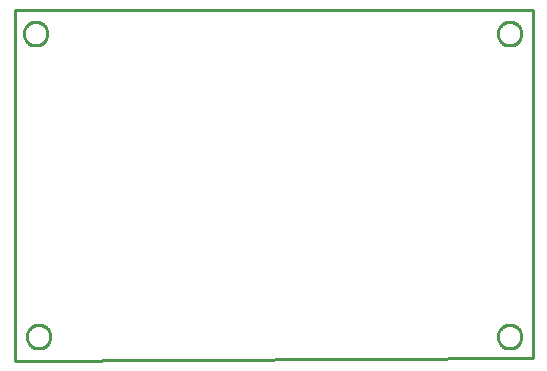
<source format=gbr>
G04 EAGLE Gerber RS-274X export*
G75*
%MOMM*%
%FSLAX34Y34*%
%LPD*%
%IN*%
%IPPOS*%
%AMOC8*
5,1,8,0,0,1.08239X$1,22.5*%
G01*
%ADD10C,0.254000*%


D10*
X0Y0D02*
X438660Y2540D01*
X438660Y297080D01*
X0Y297080D01*
X0Y0D01*
X27780Y276423D02*
X27704Y275554D01*
X27552Y274694D01*
X27326Y273850D01*
X27028Y273030D01*
X26659Y272238D01*
X26222Y271482D01*
X25721Y270767D01*
X25160Y270098D01*
X24542Y269480D01*
X23873Y268919D01*
X23158Y268418D01*
X22402Y267981D01*
X21610Y267612D01*
X20790Y267314D01*
X19946Y267088D01*
X19087Y266936D01*
X18217Y266860D01*
X17343Y266860D01*
X16474Y266936D01*
X15614Y267088D01*
X14770Y267314D01*
X13950Y267612D01*
X13158Y267981D01*
X12402Y268418D01*
X11687Y268919D01*
X11018Y269480D01*
X10400Y270098D01*
X9839Y270767D01*
X9338Y271482D01*
X8901Y272238D01*
X8532Y273030D01*
X8234Y273850D01*
X8008Y274694D01*
X7856Y275554D01*
X7780Y276423D01*
X7780Y277297D01*
X7856Y278167D01*
X8008Y279026D01*
X8234Y279870D01*
X8532Y280690D01*
X8901Y281482D01*
X9338Y282238D01*
X9839Y282953D01*
X10400Y283622D01*
X11018Y284240D01*
X11687Y284801D01*
X12402Y285302D01*
X13158Y285739D01*
X13950Y286108D01*
X14770Y286406D01*
X15614Y286632D01*
X16474Y286784D01*
X17343Y286860D01*
X18217Y286860D01*
X19087Y286784D01*
X19946Y286632D01*
X20790Y286406D01*
X21610Y286108D01*
X22402Y285739D01*
X23158Y285302D01*
X23873Y284801D01*
X24542Y284240D01*
X25160Y283622D01*
X25721Y282953D01*
X26222Y282238D01*
X26659Y281482D01*
X27028Y280690D01*
X27326Y279870D01*
X27552Y279026D01*
X27704Y278167D01*
X27780Y277297D01*
X27780Y276423D01*
X429100Y276423D02*
X429024Y275554D01*
X428872Y274694D01*
X428646Y273850D01*
X428348Y273030D01*
X427979Y272238D01*
X427542Y271482D01*
X427041Y270767D01*
X426480Y270098D01*
X425862Y269480D01*
X425193Y268919D01*
X424478Y268418D01*
X423722Y267981D01*
X422930Y267612D01*
X422110Y267314D01*
X421266Y267088D01*
X420407Y266936D01*
X419537Y266860D01*
X418663Y266860D01*
X417794Y266936D01*
X416934Y267088D01*
X416090Y267314D01*
X415270Y267612D01*
X414478Y267981D01*
X413722Y268418D01*
X413007Y268919D01*
X412338Y269480D01*
X411720Y270098D01*
X411159Y270767D01*
X410658Y271482D01*
X410221Y272238D01*
X409852Y273030D01*
X409554Y273850D01*
X409328Y274694D01*
X409176Y275554D01*
X409100Y276423D01*
X409100Y277297D01*
X409176Y278167D01*
X409328Y279026D01*
X409554Y279870D01*
X409852Y280690D01*
X410221Y281482D01*
X410658Y282238D01*
X411159Y282953D01*
X411720Y283622D01*
X412338Y284240D01*
X413007Y284801D01*
X413722Y285302D01*
X414478Y285739D01*
X415270Y286108D01*
X416090Y286406D01*
X416934Y286632D01*
X417794Y286784D01*
X418663Y286860D01*
X419537Y286860D01*
X420407Y286784D01*
X421266Y286632D01*
X422110Y286406D01*
X422930Y286108D01*
X423722Y285739D01*
X424478Y285302D01*
X425193Y284801D01*
X425862Y284240D01*
X426480Y283622D01*
X427041Y282953D01*
X427542Y282238D01*
X427979Y281482D01*
X428348Y280690D01*
X428646Y279870D01*
X428872Y279026D01*
X429024Y278167D01*
X429100Y277297D01*
X429100Y276423D01*
X30320Y19883D02*
X30244Y19014D01*
X30092Y18154D01*
X29866Y17310D01*
X29568Y16490D01*
X29199Y15698D01*
X28762Y14942D01*
X28261Y14227D01*
X27700Y13558D01*
X27082Y12940D01*
X26413Y12379D01*
X25698Y11878D01*
X24942Y11441D01*
X24150Y11072D01*
X23330Y10774D01*
X22486Y10548D01*
X21627Y10396D01*
X20757Y10320D01*
X19883Y10320D01*
X19014Y10396D01*
X18154Y10548D01*
X17310Y10774D01*
X16490Y11072D01*
X15698Y11441D01*
X14942Y11878D01*
X14227Y12379D01*
X13558Y12940D01*
X12940Y13558D01*
X12379Y14227D01*
X11878Y14942D01*
X11441Y15698D01*
X11072Y16490D01*
X10774Y17310D01*
X10548Y18154D01*
X10396Y19014D01*
X10320Y19883D01*
X10320Y20757D01*
X10396Y21627D01*
X10548Y22486D01*
X10774Y23330D01*
X11072Y24150D01*
X11441Y24942D01*
X11878Y25698D01*
X12379Y26413D01*
X12940Y27082D01*
X13558Y27700D01*
X14227Y28261D01*
X14942Y28762D01*
X15698Y29199D01*
X16490Y29568D01*
X17310Y29866D01*
X18154Y30092D01*
X19014Y30244D01*
X19883Y30320D01*
X20757Y30320D01*
X21627Y30244D01*
X22486Y30092D01*
X23330Y29866D01*
X24150Y29568D01*
X24942Y29199D01*
X25698Y28762D01*
X26413Y28261D01*
X27082Y27700D01*
X27700Y27082D01*
X28261Y26413D01*
X28762Y25698D01*
X29199Y24942D01*
X29568Y24150D01*
X29866Y23330D01*
X30092Y22486D01*
X30244Y21627D01*
X30320Y20757D01*
X30320Y19883D01*
X429100Y19883D02*
X429024Y19014D01*
X428872Y18154D01*
X428646Y17310D01*
X428348Y16490D01*
X427979Y15698D01*
X427542Y14942D01*
X427041Y14227D01*
X426480Y13558D01*
X425862Y12940D01*
X425193Y12379D01*
X424478Y11878D01*
X423722Y11441D01*
X422930Y11072D01*
X422110Y10774D01*
X421266Y10548D01*
X420407Y10396D01*
X419537Y10320D01*
X418663Y10320D01*
X417794Y10396D01*
X416934Y10548D01*
X416090Y10774D01*
X415270Y11072D01*
X414478Y11441D01*
X413722Y11878D01*
X413007Y12379D01*
X412338Y12940D01*
X411720Y13558D01*
X411159Y14227D01*
X410658Y14942D01*
X410221Y15698D01*
X409852Y16490D01*
X409554Y17310D01*
X409328Y18154D01*
X409176Y19014D01*
X409100Y19883D01*
X409100Y20757D01*
X409176Y21627D01*
X409328Y22486D01*
X409554Y23330D01*
X409852Y24150D01*
X410221Y24942D01*
X410658Y25698D01*
X411159Y26413D01*
X411720Y27082D01*
X412338Y27700D01*
X413007Y28261D01*
X413722Y28762D01*
X414478Y29199D01*
X415270Y29568D01*
X416090Y29866D01*
X416934Y30092D01*
X417794Y30244D01*
X418663Y30320D01*
X419537Y30320D01*
X420407Y30244D01*
X421266Y30092D01*
X422110Y29866D01*
X422930Y29568D01*
X423722Y29199D01*
X424478Y28762D01*
X425193Y28261D01*
X425862Y27700D01*
X426480Y27082D01*
X427041Y26413D01*
X427542Y25698D01*
X427979Y24942D01*
X428348Y24150D01*
X428646Y23330D01*
X428872Y22486D01*
X429024Y21627D01*
X429100Y20757D01*
X429100Y19883D01*
M02*

</source>
